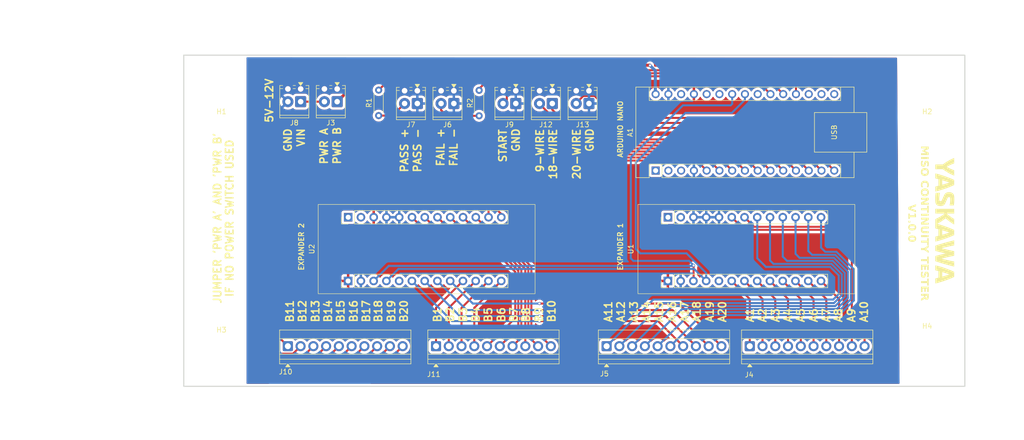
<source format=kicad_pcb>
(kicad_pcb (version 20241229) (generator "pcbnew") (generator_version "9.0")
  (title_block (date "sam. 04 avril 2015"))
  (layers (0 "F.Cu" signal) (2 "B.Cu" signal) (13 "F.Paste" user) (15 "B.Paste" user) (5 "F.SilkS" user "F.Silkscreen") (7 "B.SilkS" user "B.Silkscreen") (1 "F.Mask" user) (3 "B.Mask" user) (25 "Edge.Cuts" user))
  (net 0 "")
  (net 1 "GND")
  (net 2 "VCC")
  (net 3 "+5V")
  (net 4 "/A3")
  (net 5 "/A2")
  (net 6 "/A1")
  (net 7 "+3V3")
  (net 8 "/A7")
  (net 9 "/A6")
  (net 10 "/B16")
  (net 11 "/20-WIRE")
  (net 12 "/B19")
  (net 13 "/B20")
  (net 16 "/B17")
  (net 17 "/B15")
  (net 18 "/B14")
  (net 20 "/B18")
  (net 23 "/START")
  (net 24 "/9-WIRE")
  (net 26 "/PASS")
  (net 27 "/18-WIRE")
  (net 28 "/B13")
  (net 29 "/FAIL")
  (net 31 "Net-(J3-Pin_2)")
  (net 32 "/A9")
  (net 33 "/A8")
  (net 34 "/A4")
  (net 35 "/A10")
  (net 36 "/A5")
  (net 37 "/A16")
  (net 38 "/A20")
  (net 39 "/A19")
  (net 40 "/A11")
  (net 41 "/A15")
  (net 42 "/A13")
  (net 43 "/A14")
  (net 44 "/A12")
  (net 45 "/A18")
  (net 46 "/A17")
  (net 47 "/B12")
  (net 48 "/B11")
  (net 49 "/B1")
  (net 50 "/B4")
  (net 51 "/B7")
  (net 52 "/B2")
  (net 53 "/B9")
  (net 54 "/B3")
  (net 55 "/B10")
  (net 56 "/B5")
  (net 57 "/B8")
  (net 58 "/B6")
  (net 65 "Net-(J6-Pin_2)")
  (net 66 "Net-(J7-Pin_2)")
  (net 67 "Net-(A1-SDA{slash}A4)")
  (net 68 "Net-(A1-SCL{slash}A5)")
  (footprint "LOGO" (layer "F.Cu") (at 198.5 92 -90)
    (property "Reference" "G***" (hide yes))
    (property "Value" "LOGO" (hide yes))
  )
  (footprint "TerminalBlock_Phoenix:TerminalBlock_Phoenix_MPT-0,5-2-2.54_1x02_P2.54mm_Horizontal" (layer "F.Cu") (at 77.54 68.265 180)
    (property "Reference" "J3")
    (property "Value" "POWER SWITCH")
  )
  (footprint "MountingHole:MountingHole_4.3mm_M4" (layer "F.Cu") (at 54.5 119)
    (property "Reference" "H3")
    (property "Value" "MountingHole")
  )
  (footprint "TerminalBlock:TerminalBlock_Xinya_XY308-2.54-10P_1x10_P2.54mm_Horizontal" (layer "F.Cu") (at 67.72 117)
    (property "Reference" "J10")
    (property "Value" "OUTPUT")
  )
  (footprint "Module:Arduino_Nano" (layer "F.Cu") (at 140.94 82 90)
    (property "Reference" "A1")
    (property "Value" "Arduino_Nano_Every")
  )
  (footprint "Resistor_THT:R_Axial_DIN0204_L3.6mm_D1.6mm_P5.08mm_Horizontal" (layer "F.Cu") (at 105.8 71.08 90)
    (property "Reference" "R2")
    (property "Value" "R_US")
  )
  (footprint "TerminalBlock_Phoenix:TerminalBlock_Phoenix_MPT-0,5-2-2.54_1x02_P2.54mm_Horizontal" (layer "F.Cu") (at 127.67 68.6325 180)
    (property "Reference" "J13")
    (property "Value" "TYPE2")
  )
  (footprint "addedItems:Adafruit MCP23017" (layer "F.Cu") (at 79.72 104 90)
    (property "Reference" "U2")
    (property "Value" "~" (hide yes))
  )
  (footprint "addedItems:Adafruit MCP23017" (layer "F.Cu") (at 143.38 104 90)
    (property "Reference" "U1")
    (property "Value" "~" (hide yes))
  )
  (footprint "TerminalBlock_Phoenix:TerminalBlock_Phoenix_MPT-0,5-2-2.54_1x02_P2.54mm_Horizontal" (layer "F.Cu") (at 70.27 68.265 180)
    (property "Reference" "J8")
    (property "Value" "POWER 5V-12V")
  )
  (footprint "MountingHole:MountingHole_4.3mm_M4" (layer "F.Cu") (at 195 65 180)
    (property "Reference" "H2")
    (property "Value" "MountingHole")
  )
  (footprint "TerminalBlock_Phoenix:TerminalBlock_Phoenix_MPT-0,5-2-2.54_1x02_P2.54mm_Horizontal" (layer "F.Cu") (at 93.5 68.6325 180)
    (property "Reference" "J7")
    (property "Value" "PASS")
  )
  (footprint "TerminalBlock:TerminalBlock_Xinya_XY308-2.54-10P_1x10_P2.54mm_Horizontal" (layer "F.Cu") (at 159.68 117)
    (property "Reference" "J4")
    (property "Value" "INPUT")
  )
  (footprint "Resistor_THT:R_Axial_DIN0204_L3.6mm_D1.6mm_P5.08mm_Horizontal" (layer "F.Cu") (at 85.8 71.04 90)
    (property "Reference" "R1")
    (property "Value" "R_US")
  )
  (footprint "TerminalBlock:TerminalBlock_Xinya_XY308-2.54-10P_1x10_P2.54mm_Horizontal" (layer "F.Cu") (at 131.18 117)
    (property "Reference" "J5")
    (property "Value" "INPUT")
  )
  (footprint "TerminalBlock:TerminalBlock_Xinya_XY308-2.54-10P_1x10_P2.54mm_Horizontal" (layer "F.Cu") (at 97.22 117)
    (property "Reference" "J11")
    (property "Value" "OUTPUT")
  )
  (footprint "TerminalBlock_Phoenix:TerminalBlock_Phoenix_MPT-0,5-2-2.54_1x02_P2.54mm_Horizontal" (layer "F.Cu") (at 120.37 68.6325 180)
    (property "Reference" "J12")
    (property "Value" "TYPE1")
  )
  (footprint "MountingHole:MountingHole_4.3mm_M4" (layer "F.Cu") (at 54.5 65 180)
    (property "Reference" "H1")
    (property "Value" "MountingHole")
  )
  (footprint "TerminalBlock_Phoenix:TerminalBlock_Phoenix_MPT-0,5-2-2.54_1x02_P2.54mm_Horizontal" (layer "F.Cu") (at 113.1 68.6325 180)
    (property "Reference" "J9")
    (property "Value" "START")
  )
  (footprint "MountingHole:MountingHole_4.3mm_M4" (layer "F.Cu") (at 195 119)
    (property "Reference" "H4")
    (property "Value" "MountingHole")
  )
  (footprint "TerminalBlock_Phoenix:TerminalBlock_Phoenix_MPT-0,5-2-2.54_1x02_P2.54mm_Horizontal" (layer "F.Cu") (at 100.77 68.6325 180)
    (property "Reference" "J6")
    (property "Value" "FAIL")
  )
  (gr_rect (start 47 59) (end 202.5 125) (stroke (width 0.2)) (fill no) (layer "Edge.Cuts"))
  (gr_text "B18" (at 86.6 112.4 90) (layer "F.SilkS") (effects (font (size 1.5 1.5) (thickness 0.3) (bold yes)) (justify left bottom)))
  (gr_text "EXPANDER 2" (at 71 102 90) (layer "F.SilkS") (effects (font (size 1 1) (thickness 0.2) (bold yes)) (justify left bottom)))
  (gr_text "B14" (at 76.6 112.4 90) (layer "F.SilkS") (effects (font (size 1.5 1.5) (thickness 0.3) (bold yes)) (justify left bottom)))
  (gr_text "A7" (at 175.8 112.4 90) (layer "F.SilkS") (effects (font (size 1.5 1.5) (thickness 0.3) (bold yes)) (justify left bottom)))
  (gr_text "A10" (at 183.3 112.4 90) (layer "F.SilkS") (effects (font (size 1.5 1.5) (thickness 0.3) (bold yes)) (justify left bottom)))
  (gr_text "B6" (at 111.1 112.4 90) (layer "F.SilkS") (effects (font (size 1.5 1.5) (thickness 0.3) (bold yes)) (justify left bottom)))
  (gr_text "A8" (at 178.2 112.4 90) (layer "F.SilkS") (effects (font (size 1.5 1.5) (thickness 0.3) (bold yes)) (justify left bottom)))
  (gr_text "A17" (at 147.6 112.4 90) (layer "F.SilkS") (effects (font (size 1.5 1.5) (thickness 0.3) (bold yes)) (justify left bottom)))
  (gr_text "B17" (at 84.2 112.4 90) (layer "F.SilkS") (effects (font (size 1.5 1.5) (thickness 0.3) (bold yes)) (justify left bottom)))
  (gr_text "A5" (at 170.7 112.4 90) (layer "F.SilkS") (effects (font (size 1.5 1.5) (thickness 0.3) (bold yes)) (justify left bottom)))
  (gr_text "B5" (at 108.5 112.4 90) (layer "F.SilkS") (effects (font (size 1.5 1.5) (thickness 0.3) (bold yes)) (justify left bottom)))
  (gr_text "A13" (at 137.5 112.4 90) (layer "F.SilkS") (effects (font (size 1.5 1.5) (thickness 0.3) (bold yes)) (justify left bottom)))
  (gr_text "START" (at 111.4 80.5 90) (layer "F.SilkS") (effects (font (size 1.5 1.5) (thickness 0.3) (bold yes)) (justify left bottom)))
  (gr_text "B1" (at 98.4 112.4 90) (layer "F.SilkS") (effects (font (size 1.5 1.5) (thickness 0.3) (bold yes)) (justify left bottom)))
  (gr_text "PWR B" (at 78.4 80.9 90) (layer "F.SilkS") (effects (font (size 1.5 1.5) (thickness 0.3) (bold yes)) (justify left bottom)))
  (gr_text "B20" (at 91.7 112.4 90) (layer "F.SilkS") (effects (font (size 1.5 1.5) (thickness 0.3) (bold yes)) (justify left bottom)))
  (gr_text "B9" (at 118.6 112.4 90) (layer "F.SilkS") (effects (font (size 1.5 1.5) (thickness 0.3) (bold yes)) (justify left bottom)))
  (gr_text "B7" (at 113.6 112.4 90) (layer "F.SilkS") (effects (font (size 1.5 1.5) (thickness 0.3) (bold yes)) (justify left bottom)))
  (gr_text "GND" (at 128.7 78.4 90) (layer "F.SilkS") (effects (font (size 1.5 1.5) (thickness 0.3) (bold yes)) (justify left bottom)))
  (gr_text "B16" (at 81.7 112.4 90) (layer "F.SilkS") (effects (font (size 1.5 1.5) (thickness 0.3) (bold yes)) (justify left bottom)))
  (gr_text "A11" (at 132.4 112.4 90) (layer "F.SilkS") (effects (font (size 1.5 1.5) (thickness 0.3) (bold yes)) (justify left bottom)))
  (gr_text "B15" (at 79.1 112.4 90) (layer "F.SilkS") (effects (font (size 1.5 1.5) (thickness 0.3) (bold yes)) (justify left bottom)))
  (gr_text "A9" (at 180.8 112.4 90) (layer "F.SilkS") (effects (font (size 1.5 1.5) (thickness 0.3) (bold yes)) (justify left bottom)))
  (gr_text "A1" (at 160.6 112.4 90) (layer "F.SilkS") (effects (font (size 1.5 1.5) (thickness 0.3) (bold yes)) (justify left bottom)))
  (gr_text "A6" (at 173.3 112.4 90) (layer "F.SilkS") (effects (font (size 1.5 1.5) (thickness 0.3) (bold yes)) (justify left bottom)))
  (gr_text "A15" (at 142.5 112.4 90) (layer "F.SilkS") (effects (font (size 1.5 1.5) (thickness 0.3) (bold yes)) (justify left bottom)))
  (gr_text "FAIL +" (at 99 81.3 90) (layer "F.SilkS") (effects (font (size 1.5 1.5) (thickness 0.3) (bold yes)) (justify left bottom)))
  (gr_text "A18" (at 150 112.4 90) (layer "F.SilkS") (effects (font (size 1.5 1.5) (thickness 0.3) (bold yes)) (justify left bottom)))
  (gr_text "5V-12V" (at 64.9 72.6 90) (layer "F.SilkS") (effects (font (size 1.5 1.5) (thickness 0.3) (bold yes)) (justify left bottom)))
  (gr_text "JUMPER 'PWR A' AND 'PWR B'\nIF NO POWER SWITCH USED" (at 57 91.5 90) (layer "F.SilkS") (effects (font (size 1.5 1.5) (thickness 0.3) (bold yes)) (justify bottom)))
  (gr_text "ARDUINO NANO" (at 134.5 79.5 90) (layer "F.SilkS") (effects (font (size 1 1) (thickness 0.2) (bold yes)) (justify left bottom)))
  (gr_text "B8" (at 116 112.4 90) (layer "F.SilkS") (effects (font (size 1.5 1.5) (thickness 0.3) (bold yes)) (justify left bottom)))
  (gr_text "B3" (at 103.5 112.4 90) (layer "F.SilkS") (effects (font (size 1.5 1.5) (thickness 0.3) (bold yes)) (justify left bottom)))
  (gr_text "EXPANDER 1" (at 134.5 102 90) (layer "F.SilkS") (effects (font (size 1 1) (thickness 0.2) (bold yes)) (justify left bottom)))
  (gr_text "PWR A" (at 75.8 80.9 90) (layer "F.SilkS") (effects (font (size 1.5 1.5) (thickness 0.3) (bold yes)) (justify left bottom)))
  (gr_text "B2" (at 100.9 112.4 90) (layer "F.SilkS") (effects (font (size 1.5 1.5) (thickness 0.3) (bold yes)) (justify left bottom)))
  (gr_text "A12" (at 134.9 112.4 90) (layer "F.SilkS") (effects (font (size 1.5 1.5) (thickness 0.3) (bold yes)) (justify left bottom)))
  (gr_text "9-WIRE" (at 118.8 82.5 90) (layer "F.SilkS") (effects (font (size 1.5 1.5) (thickness 0.3) (bold yes)) (justify left bottom)))
  (gr_text "B12\n" (at 71.5 112.4 90) (layer "F.SilkS") (effects (font (size 1.5 1.5) (thickness 0.3) (bold yes)) (justify left bottom)))
  (gr_text "A20" (at 155.1 112.4 90) (layer "F.SilkS") (effects (font (size 1.5 1.5) (thickness 0.3) (bold yes)) (justify left bottom)))
  (gr_text "MISO CONTINUITY TESTER\nV1.0.0\n" (at 191 92.5 270) (layer "F.SilkS") (effects (font (size 1.5 1.5) (thickness 0.3) (bold yes)) (justify bottom)))
  (gr_text "A19" (at 152.6 112.4 90) (layer "F.SilkS") (effects (font (size 1.5 1.5) (thickness 0.3) (bold yes)) (justify left bottom)))
  (gr_text "A3" (at 165.7 112.4 90) (layer "F.SilkS") (effects (font (size 1.5 1.5) (thickness 0.3) (bold yes)) (justify left bottom)))
  (gr_text "B4" (at 106 112.4 90) (layer "F.SilkS") (effects (font (size 1.5 1.5) (thickness 0.3) (bold yes)) (justify left bottom)))
  (gr_text "B10" (at 121.1 112.4 90) (layer "F.SilkS") (effects (font (size 1.5 1.5) (thickness 0.3) (bold yes)) (justify left bottom)))
  (gr_text "B11" (at 69 112.4 90) (layer "F.SilkS") (effects (font (size 1.5 1.5) (thickness 0.3) (bold yes)) (justify left bottom)))
  (gr_text "20-WIRE" (at 126.1 83.9 90) (layer "F.SilkS") (effects (font (size 1.5 1.5) (thickness 0.3) (bold yes)) (justify left bottom)))
  (gr_text "FAIL -" (at 101.6 81.3 90) (layer "F.SilkS") (effects (font (size 1.5 1.5) (thickness 0.3) (bold yes)) (justify left bottom)))
  (gr_text "18-WIRE" (at 121.4 83.9 90) (layer "F.SilkS") (effects (font (size 1.5 1.5) (thickness 0.3) (bold yes)) (justify left bottom)))
  (gr_text "VIN" (at 71.2 77.4 90) (layer "F.SilkS") (effects (font (size 1.5 1.5) (thickness 0.3) (bold yes)) (justify left bottom)))
  (gr_text "A4" (at 168.2 112.4 90) (layer "F.SilkS") (effects (font (size 1.5 1.5) (thickness 0.3) (bold yes)) (justify left bottom)))
  (gr_text "A16" (at 145.1 112.4 90) (layer "F.SilkS") (effects (font (size 1.5 1.5) (thickness 0.3) (bold yes)) (justify left bottom)))
  (gr_text "A2" (at 163.1 112.4 90) (layer "F.SilkS") (effects (font (size 1.5 1.5) (thickness 0.3) (bold yes)) (justify left bottom)))
  (gr_text "PASS +" (at 91.8 82.5 90) (layer "F.SilkS") (effects (font (size 1.5 1.5) (thickness 0.3) (bold yes)) (justify left bottom)))
  (gr_text "A14" (at 140 112.4 90) (layer "F.SilkS") (effects (font (size 1.5 1.5) (thickness 0.3) (bold yes)) (justify left bottom)))
  (gr_text "B19" (at 89.2 112.4 90) (layer "F.SilkS") (effects (font (size 1.5 1.5) (thickness 0.3) (bold yes)) (justify left bottom)))
  (gr_text "GND" (at 114 78.4 90) (layer "F.SilkS") (effects (font (size 1.5 1.5) (thickness 0.3) (bold yes)) (justify left bottom)))
  (gr_text "PASS -\n" (at 94.4 82.5 90) (layer "F.SilkS") (effects (font (size 1.5 1.5) (thickness 0.3) (bold yes)) (justify left bottom)))
  (gr_text "GND" (at 68.6 78.4 90) (layer "F.SilkS") (effects (font (size 1.5 1.5) (thickness 0.3) (bold yes)) (justify left bottom)))
  (gr_text "B13" (at 74.1 112.4 90) (layer "F.SilkS") (effects (font (size 1.5 1.5) (thickness 0.3) (bold yes)) (justify left bottom)))
  (segment (start 87.2 91.3) (end 87.355 91.3) (width 0.4) (layer "F.Cu") (net 1))
  (segment (start 67.73 68.265) (end 67.73 68.35258) (width 0.4) (layer "F.Cu") (net 1))
  (segment (start 82.26 104) (end 82.5 103.76) (width 0.4) (layer "F.Cu") (net 1))
  (segment (start 67.73 68.265) (end 67.73 68.35258) (width 0.4) (layer "B.Cu") (net 1))
  (segment (start 140.94 66.56) (end 140.88 66.5) (width 0.6) (layer "F.Cu") (net 2))
  (segment (start 139.78 61) (end 139.83 61.05) (width 0.6) (layer "F.Cu") (net 2))
  (segment (start 84.805 61) (end 139.78 61) (width 0.6) (layer "F.Cu") (net 2))
  (segment (start 140.94 66.76) (end 140.94 66.56) (width 0.6) (layer "F.Cu") (net 2))
  (segment (start 77.54 68.265) (end 84.805 61) (width 0.6) (layer "F.Cu") (net 2))
  (via (at 139.83 61.05) (size 0.6) (drill 0.4) (layers "F.Cu" "B.Cu") (net 2))
  (segment (start 140.88 62.1) (end 140.88 66.7) (width 0.6) (layer "B.Cu") (net 2))
  (segment (start 140.88 66.7) (end 140.94 66.76) (width 0.6) (layer "B.Cu") (net 2))
  (segment (start 139.83 61.05) (end 140.88 62.1) (width 0.6) (layer "B.Cu") (net 2))
  (segment (start 164.76 117) (end 164.76 107.6) (width 0.4) (layer "F.Cu") (net 4))
  (segment (start 164.76 107.6) (end 161.16 104) (width 0.4) (layer "F.Cu") (net 4))
  (segment (start 162.22 107.6) (end 158.62 104) (width 0.4) (layer "F.Cu") (net 5))
  (segment (start 162.22 117) (end 162.22 107.6) (width 0.4) (layer "F.Cu") (net 5))
  (segment (start 159.68 107.6) (end 156.08 104) (width 0.4) (layer "F.Cu") (net 6))
  (segment (start 159.68 117) (end 159.68 107.6) (width 0.4) (layer "F.Cu") (net 6))
  (segment (start 174.92 117) (end 174.92 107.6) (width 0.4) (layer "F.Cu") (net 8))
  (segment (start 174.92 107.6) (end 171.32 104) (width 0.4) (layer "F.Cu") (net 8))
  (segment (start 172.38 107.6) (end 168.78 104) (width 0.4) (layer "F.Cu") (net 9))
  (segment (start 172.38 117) (end 172.38 107.6) (width 0.4) (layer "F.Cu") (net 9))
  (segment (start 63.1 90.400232) (end 68.105232 85.395) (width 0.4) (layer "F.Cu") (net 10))
  (segment (start 122.055174 85.395) (end 129.253174 78.197) (width 0.4) (layer "F.Cu") (net 10))
  (segment (start 154.917 78.197) (end 158.72 82) (width 0.4) (layer "F.Cu") (net 10))
  (segment (start 129.253174 78.197) (end 154.917 78.197) (width 0.4) (layer "F.Cu") (net 10))
  (segment (start 76.218 121.202) (end 65.302232 121.202) (width 0.4) (layer "F.Cu") (net 10))
  (segment (start 68.105232 85.395) (end 122.055174 85.395) (width 0.4) (layer "F.Cu") (net 10))
  (segment (start 63.1 118.999768) (end 63.1 90.400232) (width 0.4) (layer "F.Cu") (net 10))
  (segment (start 80.42 117) (end 76.218 121.202) (width 0.4) (layer "F.Cu") (net 10))
  (segment (start 65.302232 121.202) (end 63.1 118.999768) (width 0.4) (layer "F.Cu") (net 10))
  (segment (start 133.16508 71.5) (end 166 71.5) (width 0.4) (layer "F.Cu") (net 11))
  (segment (start 125.13 68.54492) (end 126.54342 67.1315) (width 0.4) (layer "F.Cu") (net 11))
  (segment (start 126.54342 67.1315) (end 128.79658 67.1315) (width 0.4) (layer "F.Cu") (net 11))
  (segment (start 166 71.5) (end 176.5 82) (width 0.4) (layer "F.Cu") (net 11))
  (segment (start 128.79658 67.1315) (end 133.16508 71.5) (width 0.4) (layer "F.Cu") (net 11))
  (segment (start 125.13 68.6325) (end 125.13 68.54492) (width 0.4) (layer "F.Cu") (net 11))
  (segment (start 61.298 89.652406) (end 67.450406 83.5) (width 0.4) (layer "F.Cu") (net 12))
  (segment (start 82.035 123.005) (end 64.455174 123.005) (width 0.4) (layer "F.Cu") (net 12))
  (segment (start 61.298 119.847826) (end 61.298 89.652406) (width 0.4) (layer "F.Cu") (net 12))
  (segment (start 88.04 117) (end 82.035 123.005) (width 0.4) (layer "F.Cu") (net 12))
  (segment (start 121.400348 83.5) (end 128.506348 76.394) (width 0.4) (layer "F.Cu") (net 12))
  (segment (start 128.506348 76.394) (end 160.734 76.394) (width 0.4) (layer "F.Cu") (net 12))
  (segment (start 67.450406 83.5) (end 121.400348 83.5) (width 0.4) (layer "F.Cu") (net 12))
  (segment (start 166.38 81.96) (end 166.34 82) (width 0.4) (layer "F.Cu") (net 12))
  (segment (start 64.455174 123.005) (end 61.298 119.847826) (width 0.4) (layer "F.Cu") (net 12))
  (segment (start 160.734 76.394) (end 166.34 82) (width 0.4) (layer "F.Cu") (net 12))
  (segment (start 60.697 120.096768) (end 60.697 89.403464) (width 0.4) (layer "F.Cu") (net 13))
  (segment (start 121.1 82.9) (end 128.207 75.793) (width 0.4) (layer "F.Cu") (net 13))
  (segment (start 162.673 75.793) (end 168.88 82) (width 0.4) (layer "F.Cu") (net 13))
  (segment (start 60.697 89.403464) (end 67.200464 82.9) (width 0.4) (layer "F.Cu") (net 13))
  (segment (start 128.207 75.793) (end 162.673 75.793) (width 0.4) (layer "F.Cu") (net 13))
  (segment (start 90.58 117) (end 83.974 123.606) (width 0.4) (layer "F.Cu") (net 13))
  (segment (start 83.974 123.606) (end 64.206232 123.606) (width 0.4) (layer "F.Cu") (net 13))
  (segment (start 64.206232 123.606) (end 60.697 120.096768) (width 0.4) (layer "F.Cu") (net 13))
  (segment (start 67.200464 82.9) (end 121.1 82.9) (width 0.4) (layer "F.Cu") (net 13))
  (segment (start 156.856 77.596) (end 161.26 82) (width 0.4) (layer "F.Cu") (net 16))
  (segment (start 62.5 119.349942) (end 62.5 90.15029) (width 0.4) (layer "F.Cu") (net 16))
  (segment (start 82.96 117) (end 78.157 121.803) (width 0.4) (layer "F.Cu") (net 16))
  (segment (start 121.806232 84.794) (end 129.004232 77.596) (width 0.4) (layer "F.Cu") (net 16))
  (segment (start 64.953058 121.803) (end 62.5 119.349942) (width 0.4) (layer "F.Cu") (net 16))
  (segment (start 78.157 121.803) (end 64.953058 121.803) (width 0.4) (layer "F.Cu") (net 16))
  (segment (start 129.004232 77.596) (end 156.856 77.596) (width 0.4) (layer "F.Cu") (net 16))
  (segment (start 67.85629 84.794) (end 121.806232 84.794) (width 0.4) (layer "F.Cu") (net 16))
  (segment (start 62.5 90.15029) (end 67.85629 84.794) (width 0.4) (layer "F.Cu") (net 16))
  (segment (start 122.304116 85.996) (end 129.502116 78.798) (width 0.4) (layer "F.Cu") (net 17))
  (segment (start 65.551174 120.601) (end 63.701 118.750826) (width 0.4) (layer "F.Cu") (net 17))
  (segment (start 129.502116 78.798) (end 152.978 78.798) (width 0.4) (layer "F.Cu") (net 17))
  (segment (start 68.354174 85.996) (end 122.304116 85.996) (width 0.4) (layer "F.Cu") (net 17))
  (segment (start 152.978 78.798) (end 156.18 82) (width 0.4) (layer "F.Cu") (net 17))
  (segment (start 63.701 90.649174) (end 68.354174 85.996) (width 0.4) (layer "F.Cu") (net 17))
  (segment (start 63.701 118.750826) (end 63.701 90.649174) (width 0.4) (layer "F.Cu") (net 17))
  (segment (start 77.88 117) (end 74.279 120.601) (width 0.4) (layer "F.Cu") (net 17))
  (segment (start 74.279 120.601) (end 65.551174 120.601) (width 0.4) (layer "F.Cu") (net 17))
  (segment (start 68.603116 86.597) (end 122.553058 86.597) (width 0.4) (layer "F.Cu") (net 18))
  (segment (start 64.302 90.898116) (end 68.603116 86.597) (width 0.4) (layer "F.Cu") (net 18))
  (segment (start 72.34 120) (end 65.800116 120) (width 0.4) (layer "F.Cu") (net 18))
  (segment (start 64.302 118.501884) (end 64.302 90.898116) (width 0.4) (layer "F.Cu") (net 18))
  (segment (start 122.553058 86.597) (end 129.751058 79.399) (width 0.4) (layer "F.Cu") (net 18))
  (segment (start 129.751058 79.399) (end 151.039 79.399) (width 0.4) (layer "F.Cu") (net 18))
  (segment (start 75.34 117) (end 72.34 120) (width 0.4) (layer "F.Cu") (net 18))
  (segment (start 151.039 79.399) (end 153.64 82) (width 0.4) (layer "F.Cu") (net 18))
  (segment (start 65.800116 120) (end 64.302 118.501884) (width 0.4) (layer "F.Cu") (net 18))
  (segment (start 61.899 89.901348) (end 67.607348 84.193) (width 0.4) (layer "F.Cu") (net 20))
  (segment (start 158.795 76.995) (end 163.8 82) (width 0.4) (layer "F.Cu") (net 20))
  (segment (start 121.55729 84.193) (end 128.75529 76.995) (width 0.4) (layer "F.Cu") (net 20))
  (segment (start 64.704116 122.404) (end 61.899 119.598884) (width 0.4) (layer "F.Cu") (net 20))
  (segment (start 61.899 119.598884) (end 61.899 89.901348) (width 0.4) (layer "F.Cu") (net 20))
  (segment (start 128.75529 76.995) (end 158.795 76.995) (width 0.4) (layer "F.Cu") (net 20))
  (segment (start 80.096 122.404) (end 64.704116 122.404) (width 0.4) (layer "F.Cu") (net 20))
  (segment (start 106.107 84.193) (end 121.55729 84.193) (width 0.4) (layer "F.Cu") (net 20))
  (segment (start 67.607348 84.193) (end 106.093 84.193) (width 0.4) (layer "F.Cu") (net 20))
  (segment (start 85.5 117) (end 80.096 122.404) (width 0.4) (layer "F.Cu") (net 20))
  (segment (start 111.311 65.689) (end 113.798 63.202) (width 0.4) (layer "F.Cu") (net 23))
  (segment (start 113.798 63.202) (end 160.242 63.202) (width 0.4) (layer "F.Cu") (net 23))
  (segment (start 111.311 67.8815) (end 111.311 65.689) (width 0.4) (layer "F.Cu") (net 23))
  (segment (start 110.56 68.6325) (end 111.311 67.8815) (width 0.4) (layer "F.Cu") (net 23))
  (segment (start 160.242 63.202) (end 163.8 66.76) (width 0.4) (layer "F.Cu") (net 23))
  (segment (start 117.83 68.6325) (end 117.83 68.72008) (width 0.4) (layer "F.Cu") (net 24))
  (segment (start 117.83 68.72008) (end 122.60992 73.5) (width 0.4) (layer "F.Cu") (net 24))
  (segment (start 162.92 73.5) (end 171.42 82) (width 0.4) (layer "F.Cu") (net 24))
  (segment (start 122.60992 73.5) (end 162.92 73.5) (width 0.4) (layer "F.Cu") (net 24))
  (segment (start 168.88 64) (end 168.88 66.76) (width 0.4) (layer "F.Cu") (net 26))
  (segment (start 166.88 62) (end 168.88 64) (width 0.4) (layer "F.Cu") (net 26))
  (segment (start 89.76 62) (end 166.88 62) (width 0.4) (layer "F.Cu") (net 26))
  (segment (start 85.8 65.96) (end 89.76 62) (width 0.4) (layer "F.Cu") (net 26))
  (segment (start 164.46 72.5) (end 173.96 82) (width 0.4) (layer "F.Cu") (net 27))
  (segment (start 123 72.5) (end 164.46 72.5) (width 0.4) (layer "F.Cu") (net 27))
  (segment (start 120.37 68.6325) (end 120.37 69.87) (width 0.4) (layer "F.Cu") (net 27))
  (segment (start 120.37 69.87) (end 123 72.5) (width 0.4) (layer "F.Cu") (net 27))
  (segment (start 130 80) (end 149.1 80) (width 0.4) (layer "F.Cu") (net 28))
  (segment (start 70.699 119.101) (end 65.751058 119.101) (width 0.4) (layer "F.Cu") (net 28))
  (segment (start 64.903 118.252942) (end 64.903 91.147058) (width 0.4) (layer "F.Cu") (net 28))
  (segment (start 65.751058 119.101) (end 64.903 118.252942) (width 0.4) (layer "F.Cu") (net 28))
  (segment (start 149.1 80) (end 151.1 82) (width 0.4) (layer "F.Cu") (net 28))
  (segment (start 68.852058 87.198) (end 122.802 87.198) (width 0.4) (layer "F.Cu") (net 28))
  (segment (start 64.903 91.147058) (end 68.852058 87.198) (width 0.4) (layer "F.Cu") (net 28))
  (segment (start 122.802 87.198) (end 130 80) (width 0.4) (layer "F.Cu") (net 28))
  (segment (start 72.8 117) (end 70.699 119.101) (width 0.4) (layer "F.Cu") (net 28))
  (segment (start 150.49 82) (end 151.1 82) (width 0.4) (layer "F.Cu") (net 28))
  (segment (start 162.181 62.601) (end 166.34 66.76) (width 0.4) (layer "F.Cu") (net 29))
  (segment (start 108.899 62.601) (end 162.181 62.601) (width 0.4) (layer "F.Cu") (net 29))
  (segment (start 105.5 66) (end 108.899 62.601) (width 0.4) (layer "F.Cu") (net 29))
  (segment (start 70.27 68.265) (end 75 68.265) (width 0.4) (layer "F.Cu") (net 31))
  (segment (start 178.901 93.801) (end 180 94.9) (width 0.4) (layer "F.Cu") (net 32))
  (segment (start 158.596 93.801) (end 178.901 93.801) (width 0.4) (layer "F.Cu") (net 32))
  (segment (start 180 94.9) (end 180 117) (width 0.4) (layer "F.Cu") (net 32))
  (segment (start 156.095 91.3) (end 158.596 93.801) (width 0.4) (layer "F.Cu") (net 32))
  (segment (start 177.46 117) (end 177.46 107.6) (width 0.4) (layer "F.Cu") (net 33))
  (segment (start 177.46 107.6) (end 173.86 104) (width 0.4) (layer "F.Cu") (net 33))
  (segment (start 167.3 107.6) (end 163.7 104) (width 0.4) (layer "F.Cu") (net 34))
  (segment (start 167.3 117) (end 167.3 107.6) (width 0.4) (layer "F.Cu") (net 34))
  (segment (start 158.635 91.3) (end 160.535 93.2) (width 0.4) (layer "F.Cu") (net 35))
  (segment (start 182.54 94.94) (end 182.54 117) (width 0.4) (layer "F.Cu") (net 35))
  (segment (start 160.535 93.2) (end 180.8 93.2) (width 0.4) (layer "F.Cu") (net 35))
  (segment (start 180.8 93.2) (end 182.54 94.94) (width 0.4) (layer "F.Cu") (net 35))
  (segment (start 169.84 117) (end 169.84 107.6) (width 0.4) (layer "F.Cu") (net 36))
  (segment (start 169.84 107.6) (end 166.24 104) (width 0.4) (layer "F.Cu") (net 36))
  (segment (start 174.7 98.195) (end 176.94471 98.195) (width 0.4) (layer "B.Cu") (net 37))
  (segment (start 180.405 107.894884) (end 177.495884 110.804) (width 0.4) (layer "B.Cu") (net 37))
  (segment (start 176.94471 98.195) (end 180.405 101.65529) (width 0.4) (layer "B.Cu") (net 37))
  (segment (start 173.875 91.3) (end 173.875 97.37) (width 0.4) (layer "B.Cu") (net 37))
  (segment (start 180.405 101.65529) (end 180.405 107.894884) (width 0.4) (layer "B.Cu") (net 37))
  (segment (start 150.076 110.804) (end 143.88 117) (width 0.4) (layer "B.Cu") (net 37))
  (segment (start 177.495884 110.804) (end 150.076 110.804) (width 0.4) (layer "B.Cu") (net 37))
  (segment (start 173.875 97.37) (end 174.7 98.195) (width 0.4) (layer "B.Cu") (net 37))
  (segment (start 145.54 108.5) (end 117.9 108.5) (width 0.4) (layer "F.Cu") (net 38))
  (segment (start 154.04 117) (end 145.54 108.5) (width 0.4) (layer "F.Cu") (net 38))
  (segment (start 117.9 108.5) (end 117.8 108.5) (width 0.4) (layer "F.Cu") (net 38))
  (via (at 117.8 108.5) (size 0.6) (drill 0.4) (layers "F.Cu" "B.Cu") (net 38))
  (segment (start 117.8 108.5) (end 104.54 108.5) (width 0.4) (layer "B.Cu") (net 38))
  (segment (start 104.54 108.5) (end 100.04 104) (width 0.4) (layer "B.Cu") (net 38))
  (segment (start 144.3 109.8) (end 151.5 117) (width 0.4) (layer "F.Cu") (net 39))
  (segment (start 117.9 109.8) (end 144.3 109.8) (width 0.4) (layer "F.Cu") (net 39))
  (segment (start 117.9 109.8) (end 117.8 109.8) (width 0.4) (layer "F.Cu") (net 39))
  (via (at 117.8 109.8) (size 0.6) (drill 0.4) (layers "F.Cu" "B.Cu") (net 39))
  (segment (start 103.3 109.8) (end 97.5 104) (width 0.4) (layer "B.Cu") (net 39))
  (segment (start 117.8 109.8) (end 103.3 109.8) (width 0.4) (layer "B.Cu") (net 39))
  (segment (start 140.48 107.7) (end 131.18 117) (width 0.4) (layer "B.Cu") (net 40))
  (segment (start 161.175 99.475) (end 162.9 101.2) (width 0.4) (layer "B.Cu") (net 40))
  (segment (start 162.9 101.2) (end 175.7 101.2) (width 0.4) (layer "B.Cu") (net 40))
  (segment (start 177.4 106.6) (end 176.3 107.7) (width 0.4) (layer "B.Cu") (net 40))
  (segment (start 161.175 91.3) (end 161.175 99.475) (width 0.4) (layer "B.Cu") (net 40))
  (segment (start 176.3 107.7) (end 140.48 107.7) (width 0.4) (layer "B.Cu") (net 40))
  (segment (start 177.4 102.9) (end 177.4 106.6) (width 0.4) (layer "B.Cu") (net 40))
  (segment (start 175.7 101.2) (end 177.4 102.9) (width 0.4) (layer "B.Cu") (net 40))
  (segment (start 176.695768 98.796) (end 179.804 101.904232) (width 0.4) (layer "B.Cu") (net 41))
  (segment (start 179.804 107.645942) (end 177.246942 110.203) (width 0.4) (layer "B.Cu") (net 41))
  (segment (start 172.1 98.796) (end 176.695768 98.796) (width 0.4) (layer "B.Cu") (net 41))
  (segment (start 171.335 91.3) (end 171.335 98.031) (width 0.4) (layer "B.Cu") (net 41))
  (segment (start 177.246942 110.203) (end 148.137 110.203) (width 0.4) (layer "B.Cu") (net 41))
  (segment (start 179.804 101.904232) (end 179.804 107.645942) (width 0.4) (layer "B.Cu") (net 41))
  (segment (start 148.137 110.203) (end 141.34 117) (width 0.4) (layer "B.Cu") (net 41))
  (segment (start 171.335 98.031) (end 172.1 98.796) (width 0.4) (layer "B.Cu") (net 41))
  (segment (start 141.898686 117) (end 141.34 117) (width 0.4) (layer "B.Cu") (net 41))
  (segment (start 166.255 99.153) (end 167.1 99.998) (width 0.4) (layer "B.Cu") (net 42))
  (segment (start 176.699 109.001) (end 144.259 109.001) (width 0.4) (layer "B.Cu") (net 42))
  (segment (start 167.1 99.998) (end 176.197884 99.998) (width 0.4) (layer "B.Cu") (net 42))
  (segment (start 178.602 107.098) (end 176.699 109.001) (width 0.4) (layer "B.Cu") (net 42))
  (segment (start 178.602 102.402116) (end 178.602 107.098) (width 0.4) (layer "B.Cu") (net 42))
  (segment (start 176.197884 99.998) (end 178.602 102.402116) (width 0.4) (layer "B.Cu") (net 42))
  (segment (start 144.259 109.001) (end 136.26 117) (width 0.4) (layer "B.Cu") (net 42))
  (segment (start 166.255 91.3) (end 166.255 99.153) (width 0.4) (layer "B.Cu") (net 42))
  (segment (start 169.6 99.397) (end 176.446826 99.397) (width 0.4) (layer "B.Cu") (net 43))
  (segment (start 168.795 98.592) (end 169.6 99.397) (width 0.4) (layer "B.Cu") (net 43))
  (segment (start 146.198 109.602) (end 138.8 117) (width 0.4) (layer "B.Cu") (net 43))
  (segment (start 179.203 102.153174) (end 179.203 107.397) (width 0.4) (layer "B.Cu") (net 43))
  (segment (start 176.998 109.602) (end 146.198 109.602) (width 0.4) (layer "B.Cu") (net 43))
  (segment (start 168.795 91.3) (end 168.795 98.592) (width 0.4) (layer "B.Cu") (net 43))
  (segment (start 179.203 107.397) (end 176.998 109.602) (width 0.4) (layer "B.Cu") (net 43))
  (segment (start 176.446826 99.397) (end 179.203 102.153174) (width 0.4) (layer "B.Cu") (net 43))
  (segment (start 176.449942 108.4) (end 142.32 108.4) (width 0.4) (layer "B.Cu") (net 44))
  (segment (start 164.4 100.599) (end 175.948942 100.599) (width 0.4) (layer "B.Cu") (net 44))
  (segment (start 142.32 108.4) (end 133.72 117) (width 0.4) (layer "B.Cu") (net 44))
  (segment (start 178.001 106.848942) (end 176.449942 108.4) (width 0.4) (layer "B.Cu") (net 44))
  (segment (start 175.948942 100.599) (end 178.001 102.651058) (width 0.4) (layer "B.Cu") (net 44))
  (segment (start 163.715 91.3) (end 163.715 99.914) (width 0.4) (layer "B.Cu") (net 44))
  (segment (start 163.715 99.914) (end 164.4 100.599) (width 0.4) (layer "B.Cu") (net 44))
  (segment (start 178.001 102.651058) (end 178.001 106.848942) (width 0.4) (layer "B.Cu") (net 44))
  (segment (start 148.96 117) (end 142.96 111) (width 0.4) (layer "F.Cu") (net 45))
  (segment (start 117.9 111) (end 117.8 111) (width 0.4) (layer "F.Cu") (net 45))
  (segment (start 142.96 111) (end 117.9 111) (width 0.4) (layer "F.Cu") (net 45))
  (via (at 117.8 111) (size 0.6) (drill 0.4) (layers "F.Cu" "B.Cu") (net 45))
  (segment (start 101.96 111) (end 94.96 104) (width 0.4) (layer "B.Cu") (net 45))
  (segment (start 117.8 111) (end 101.96 111) (width 0.4) (layer "B.Cu") (net 45))
  (segment (start 146.42 117) (end 141.42 112) (width 0.4) (layer "F.Cu") (net 46))
  (segment (start 141.42 112) (end 117.9 112) (width 0.4) (layer "F.Cu") (net 46))
  (segment (start 117.9 112) (end 117.8 112) (width 0.4) (layer "F.Cu") (net 46))
  (via (at 117.8 112) (size 0.6) (drill 0.4) (layers "F.Cu" "B.Cu") (net 46))
  (segment (start 117.8 112) (end 100.42 112) (width 0.4) (layer "B.Cu") (net 46))
  (segment (start 100.42 112) (end 92.42 104) (width 0.4) (layer "B.Cu") (net 46))
  (segment (start 69.101 87.799) (end 107.348942 87.799) (width 0.4) (layer "F.Cu") (net 47))
  (segment (start 65.504 91.396) (end 69.101 87.799) (width 0.4) (layer "F.Cu") (net 47))
  (segment (start 65.504 118.004) (end 65.504 91.396) (width 0.4) (layer "F.Cu") (net 47))
  (segment (start 107.348942 87.799) (end 110.215 90.665058) (width 0.4) (layer "F.Cu") (net 47))
  (segment (start 66 118.5) (end 65.504 118.004) (width 0.4) (layer "F.Cu") (net 47))
  (segment (start 68.76 118.5) (end 66 118.5) (width 0.4) (layer "F.Cu") (net 47))
  (segment (start 110.215 90.665058) (end 110.215 91.3) (width 0.4) (layer "F.Cu") (net 47))
  (segment (start 70.26 117) (end 68.76 118.5) (width 0.4) (layer "F.Cu") (net 47))
  (segment (start 107.675 88.975) (end 107.1 88.4) (width 0.4) (layer "F.Cu") (net 48))
  (segment (start 69.405 88.4) (end 66.105 91.7) (width 0.4) (layer "F.Cu") (net 48))
  (segment (start 66.105 92.5) (end 66.105 115.385) (width 0.4) (layer "F.Cu") (net 48))
  (segment (start 66.105 115.385) (end 67.72 117) (width 0.4) (layer "F.Cu") (net 48))
  (segment (start 107.1 88.4) (end 69.405 88.4) (width 0.4) (layer "F.Cu") (net 48))
  (segment (start 107.675 91.3) (end 107.675 88.975) (width 0.4) (layer "F.Cu") (net 48))
  (segment (start 66.105 92.5) (end 66.105 91.7) (width 0.4) (layer "F.Cu") (net 48))
  (segment (start 97.22 109.36) (end 97.22 117) (width 0.4) (layer "F.Cu") (net 49))
  (segment (start 102.58 104) (end 97.22 109.36) (width 0.4) (layer "F.Cu") (net 49))
  (segment (start 110.2 104) (end 104.84 109.36) (width 0.4) (layer "F.Cu") (net 50))
  (segment (start 104.84 109.36) (end 104.84 117) (width 0.4) (layer "F.Cu") (net 50))
  (segment (start 114.202 115.258) (end 114.202 101.702116) (width 0.4) (layer "F.Cu") (net 51))
  (segment (start 114.202 101.702116) (end 110.799884 98.3) (width 0.4) (layer "F.Cu") (net 51))
  (segment (start 110.799884 98.3) (end 104.515 98.3) (width 0.4) (layer "F.Cu") (net 51))
  (segment (start 112.46 117) (end 114.202 115.258) (width 0.4) (layer "F.Cu") (net 51))
  (segment (start 104.515 98.3) (end 97.515 91.3) (width 0.4) (layer "F.Cu") (net 51))
  (segment (start 105.12 104) (end 99.76 109.36) (width 0.4) (layer "F.Cu") (net 52))
  (segment (start 99.76 109.36) (end 99.76 117) (width 0.4) (layer "F.Cu") (net 52))
  (segment (start 117.54 117) (end 115.6 115.06) (width 0.4) (layer "F.Cu") (net 53))
  (segment (start 115.6 115.06) (end 115.6 101.400232) (width 0.4) (layer "F.Cu") (net 53))
  (segment (start 111.299768 97.1) (end 108.395 97.1) (width 0.4) (layer "F.Cu") (net 53))
  (segment (start 108.395 97.1) (end 102.595 91.3) (width 0.4) (layer "F.Cu") (net 53))
  (segment (start 115.6 101.400232) (end 111.299768 97.1) (width 0.4) (layer "F.Cu") (net 53))
  (segment (start 107.66 104) (end 102.3 109.36) (width 0.4) (layer "F.Cu") (net 54))
  (segment (start 102.3 109.36) (end 102.3 117) (width 0.4) (layer "F.Cu") (net 54))
  (segment (start 111.54871 96.499) (end 110.334 96.499) (width 0.4) (layer "F.Cu") (net 55))
  (segment (start 116.201 102.199) (end 116.201 101.15129) (width 0.4) (layer "F.Cu") (net 55))
  (segment (start 116.201 101.15129) (end 111.54871 96.499) (width 0.4) (layer "F.Cu") (net 55))
  (segment (start 116.2 113.12) (end 116.2 102.2) (width 0.4) (layer "F.Cu") (net 55))
  (segment (start 120.08 117) (end 116.2 113.12) (width 0.4) (layer "F.Cu") (net 55))
  (segment (start 116.2 102.2) (end 116.201 102.199) (width 0.4) (layer "F.Cu") (net 55))
  (segment (start 110.334 96.499) (end 105.135 91.3) (width 0.4) (layer "F.Cu") (net 55))
  (segment (start 107.38 117) (end 107.5 117) (width 0.4) (layer "F.Cu") (net 56))
  (segment (start 113 102.2) (end 110.3 99.5) (width 0.4) (layer "F.Cu") (net 56))
  (segment (start 100.635 99.5) (end 92.435 91.3) (width 0.4) (layer "F.Cu") (net 56))
  (segment (start 107.38 117) (end 113 111.38) (width 0.4) (layer "F.Cu") (net 56))
  (segment (start 113 111.38) (end 113 102.2) (width 0.4) (layer "F.Cu") (net 56))
  (segment (start 110.3 99.5) (end 100.635 99.5) (width 0.4) (layer "F.Cu") (net 56))
  (segment (start 111.049826 97.7) (end 106.455 97.7) (width 0.4) (layer "F.Cu") (net 57))
  (segment (start 115 101.650174) (end 111.049826 97.7) (width 0.4) (layer "F.Cu") (net 57))
  (segment (start 115 117) (end 115 101.650174) (width 0.4) (layer "F.Cu") (net 57))
  (segment (start 106.455 97.7) (end 100.055 91.3) (width 0.4) (layer "F.Cu") (net 57))
  (segment (start 113.601 101.951058) (end 110.549942 98.9) (width 0.4) (layer "F.Cu") (net 58))
  (segment (start 109.92 117) (end 113.601 113.319) (width 0.4) (layer "F.Cu") (net 58))
  (segment (start 113.601 113.319) (end 113.601 101.951058) (width 0.4) (layer "F.Cu") (net 58))
  (segment (start 102.575 98.9) (end 94.975 91.3) (width 0.4) (layer "F.Cu") (net 58))
  (segment (start 110.549942 98.9) (end 102.575 98.9) (width 0.4) (layer "F.Cu") (net 58))
  (segment (start 99.351866 71.08) (end 105.23 71.08) (width 0.4) (layer "F.Cu") (net 65))
  (segment (start 98.23 69.958134) (end 98.23 68.6325) (width 0.4) (layer "F.Cu") (net 65))
  (segment (start 99.351866 71.08) (end 98.23 69.958134) (width 0.4) (layer "F.Cu") (net 65))
  (segment (start 85.8 71.04) (end 88.5525 71.04) (width 0.4) (layer "F.Cu") (net 66))
  (segment (start 88.5525 71.04) (end 90.96 68.6325) (width 0.4) (layer "F.Cu") (net 66))
  (segment (start 148.601 101.601) (end 151 104) (width 0.4) (layer "B.Cu") (net 67))
  (segment (start 146.88 70.5) (end 137 80.38) (width 0.4) (layer "B.Cu") (net 67))
  (segment (start 156.11137 70.5) (end 146.88 70.5) (width 0.4) (layer "B.Cu") (net 67))
  (segment (start 137 80.38) (end 137 97.62) (width 0.4) (layer "B.Cu") (net 67))
  (segment (start 87.34 104) (end 89.739 101.601) (width 0.4) (layer "B.Cu") (net 67))
  (segment (start 147.091364 98.5) (end 151 102.408636) (width 0.4) (layer "B.Cu") (net 67))
  (segment (start 89.739 101.601) (end 148.601 101.601) (width 0.4) (layer "B.Cu") (net 67))
  (segment (start 151 102.408636) (end 151 104) (width 0.4) (layer "B.Cu") (net 67))
  (segment (start 137 97.62) (end 137.88 98.5) (width 0.4) (layer "B.Cu") (net 67))
  (segment (start 137.88 98.5) (end 147.091364 98.5) (width 0.4) (layer "B.Cu") (net 67))
  (segment (start 158.72 67.89137) (end 156.11137 70.5) (width 0.4) (layer "B.Cu") (net 67))
  (segment (start 158.72 66.76) (end 158.72 67.89137) (width 0.4) (layer "B.Cu") (net 67))
  (segment (start 148.5 100.9) (end 148.5 103.96) (width 0.4) (layer "F.Cu") (net 68))
  (segment (start 148.5 103.96) (end 148.46 104) (width 0.4) (layer "F.Cu") (net 68))
  (via (at 148.5 100.9) (size 0.6) (drill 0.4) (layers "F.Cu" "B.Cu") (net 68))
  (segment (start 156.18 68.7) (end 156.18 66.76) (width 0.4) (layer "B.Cu") (net 68))
  (segment (start 136.5 100) (end 136 99.5) (width 0.4) (layer "B.Cu") (net 68))
  (segment (start 132.787558 101) (end 87.8 101) (width 0.4) (layer "B.Cu") (net 68))
  (segment (start 148.4 101) (end 148.5 100.9) (width 0.4) (layer "B.Cu") (net 68))
  (segment (start 147.6 100) (end 136.5 100) (width 0.4) (layer "B.Cu") (net 68))
  (segment (start 136 79.38) (end 146.38 69) (width 0.4) (layer "B.Cu") (net 68))
  (segment (start 146.38 69) (end 155.88 69) (width 0.4) (layer "B.Cu") (net 68))
  (segment (start 136 99.5) (end 136 79.38) (width 0.4) (layer "B.Cu") (net 68))
  (segment (start 132.787558 101) (end 148.4 101) (width 0.4) (layer "B.Cu") (net 68))
  (segment (start 87.8 101) (end 84.8 104) (width 0.4) (layer "B.Cu") (net 68))
  (segment (start 155.88 69) (end 156.18 68.7) (width 0.4) (layer "B.Cu") (net 68))
  (segment (start 148.5 100.9) (end 147.6 100) (width 0.4) (layer "B.Cu") (net 68))
  (zone (net 3) (net_name "+5V") (layer "F.Cu") (priority 1) (connect_pads (clearance 0.508)) (min_thickness 0.25) (fill yes (thermal_gap 0.5) (thermal_bridge_width 0.5))
    (polygon (pts (xy 59.5 59.474702) (xy 189 59.5) (xy 189.5 124.5) (xy 59.5 124.5)))
  )
  (zone (net 1) (net_name "GND") (layer "B.Cu") (connect_pads (clearance 0.508)) (min_thickness 0.25) (fill yes (thermal_gap 0.5) (thermal_bridge_width 0.5))
    (polygon (pts (xy 59.5 59.42023) (xy 189 59.5) (xy 189.5 124.5) (xy 59.5 124.5)))
  )
)
</source>
